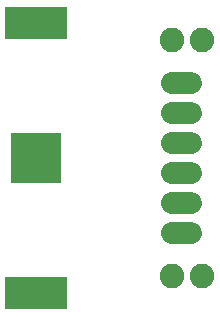
<source format=gbs>
G75*
G70*
%OFA0B0*%
%FSLAX24Y24*%
%IPPOS*%
%LPD*%
%AMOC8*
5,1,8,0,0,1.08239X$1,22.5*
%
%ADD10C,0.0720*%
%ADD11C,0.0820*%
%ADD12R,0.2080X0.1080*%
%ADD13R,0.1680X0.1680*%
D10*
X009702Y003779D02*
X010342Y003779D01*
X010342Y004779D02*
X009702Y004779D01*
X009702Y005779D02*
X010342Y005779D01*
X010342Y006779D02*
X009702Y006779D01*
X009702Y007779D02*
X010342Y007779D01*
X010342Y008779D02*
X009702Y008779D01*
D11*
X009710Y010209D03*
X010710Y010209D03*
X010710Y002350D03*
X009710Y002350D03*
D12*
X005182Y001779D03*
X005182Y010779D03*
D13*
X005182Y006279D03*
M02*

</source>
